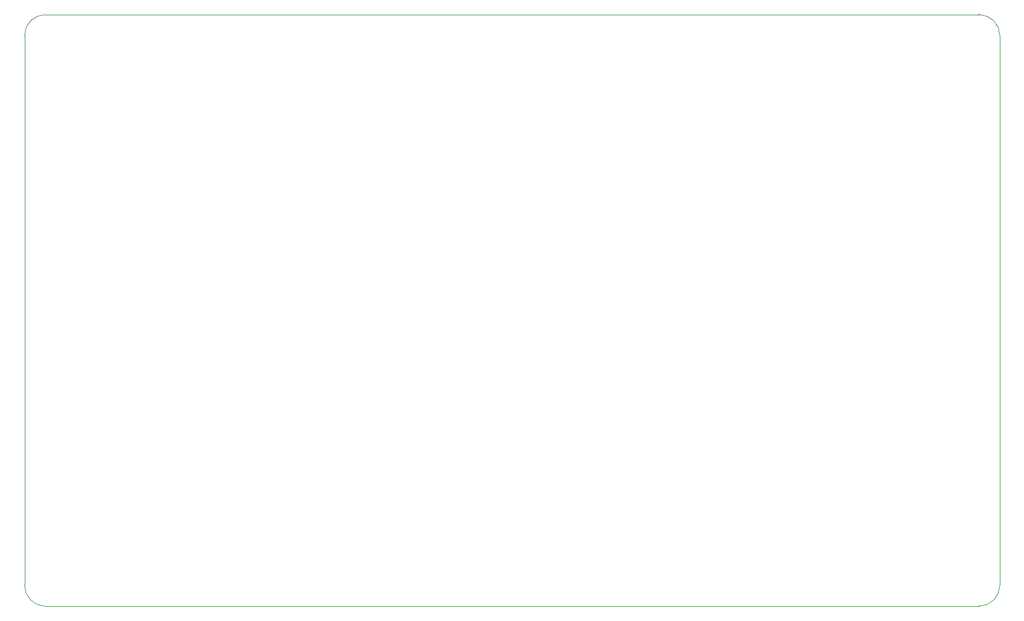
<source format=gm1>
G04 #@! TF.GenerationSoftware,KiCad,Pcbnew,5.0.2-bee76a0~70~ubuntu18.04.1*
G04 #@! TF.CreationDate,2018-12-05T23:11:17+03:00*
G04 #@! TF.ProjectId,AA-PI-Display-Board-NanoPiA64,41412d50-492d-4446-9973-706c61792d42,2.1*
G04 #@! TF.SameCoordinates,Original*
G04 #@! TF.FileFunction,Profile,NP*
%FSLAX46Y46*%
G04 Gerber Fmt 4.6, Leading zero omitted, Abs format (unit mm)*
G04 Created by KiCad (PCBNEW 5.0.2-bee76a0~70~ubuntu18.04.1) date Wed 05 Dec 2018 23:11:17 MSK*
%MOMM*%
%LPD*%
G01*
G04 APERTURE LIST*
%ADD10C,0.025400*%
G04 APERTURE END LIST*
D10*
X190800000Y-136700000D02*
G75*
G02X187800000Y-139700000I-3000000J0D01*
G01*
X187800000Y-54700000D02*
G75*
G02X190800000Y-57700000I0J-3000000D01*
G01*
X53800000Y-139700000D02*
G75*
G02X50800000Y-136700000I0J3000000D01*
G01*
X50800000Y-57700000D02*
G75*
G02X53800000Y-54700000I3000000J0D01*
G01*
X50800000Y-57700000D02*
X50800000Y-136700000D01*
X187800000Y-54700000D02*
X53800000Y-54700000D01*
X190800000Y-136700000D02*
X190800000Y-57700000D01*
X53800000Y-139700000D02*
X187800000Y-139700000D01*
M02*

</source>
